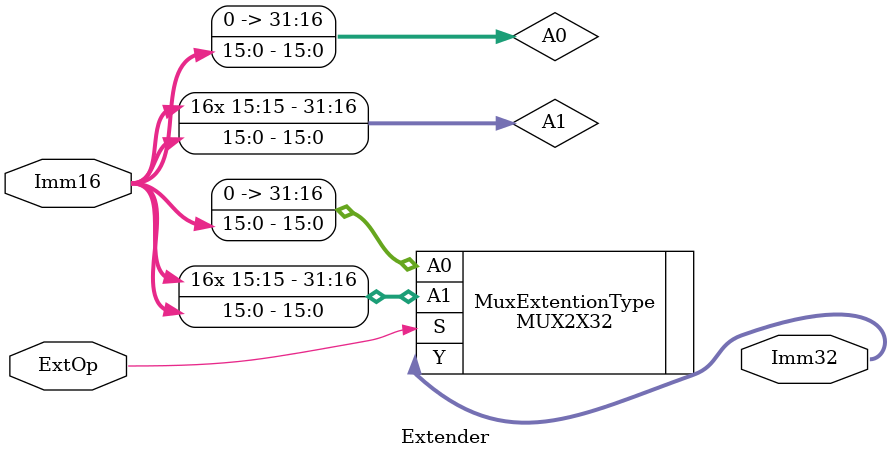
<source format=sv>
`timescale 1ns / 1ps
module Extender(input logic [15:0] Imm16,
                input logic        ExtOp,
                output logic [31:0] Imm32);
    
    logic [31:0] A0, A1;

    assign A0 = {16'b0, Imm16};        // 0À©Õ¹
    assign A1 = {{16{Imm16[15]}}, Imm16}; // ·ûºÅÀ©Õ¹
    
    MUX2X32 MuxExtentionType(.A0(A0), .A1(A1), .S(ExtOp), .Y(Imm32));
    // ¸ù¾ÝExtOpÑ¡Ôñ0À©Õ¹»¹ÊÇ·ûºÅÀ©Õ¹

endmodule

</source>
